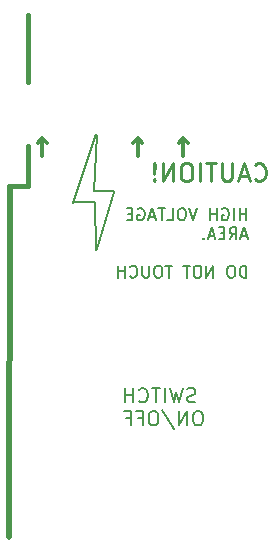
<source format=gbo>
%TF.GenerationSoftware,KiCad,Pcbnew,7.0.2-6a45011f42~172~ubuntu22.04.1*%
%TF.CreationDate,2023-05-10T16:31:12+02:00*%
%TF.ProjectId,220AC-mini-C3-board,32323041-432d-46d6-996e-692d43332d62,rev?*%
%TF.SameCoordinates,Original*%
%TF.FileFunction,Legend,Bot*%
%TF.FilePolarity,Positive*%
%FSLAX46Y46*%
G04 Gerber Fmt 4.6, Leading zero omitted, Abs format (unit mm)*
G04 Created by KiCad (PCBNEW 7.0.2-6a45011f42~172~ubuntu22.04.1) date 2023-05-10 16:31:12*
%MOMM*%
%LPD*%
G01*
G04 APERTURE LIST*
%ADD10C,0.400000*%
%ADD11C,0.150000*%
%ADD12C,0.500000*%
%ADD13C,0.300000*%
%ADD14C,0.200000*%
%ADD15C,0.250000*%
G04 APERTURE END LIST*
D10*
X138170000Y-69685000D02*
X138170000Y-64000000D01*
X138210000Y-78500000D02*
X138210000Y-75045000D01*
D11*
X145430000Y-78860000D02*
X143860000Y-78890000D01*
X143930000Y-74050000D02*
X141980000Y-79870000D01*
X143860000Y-79840000D02*
X143960000Y-83920000D01*
D10*
X138210000Y-78500000D02*
X136590000Y-78500000D01*
D11*
X144000000Y-83810000D02*
X145460000Y-78960000D01*
X141980000Y-79840000D02*
X143820000Y-79840000D01*
D12*
X136600000Y-108170000D02*
X136610000Y-78530000D01*
D11*
X143790000Y-78890000D02*
X144000000Y-74110000D01*
D13*
X147459999Y-75965238D02*
X147459999Y-74441428D01*
X147840952Y-74822380D02*
X147459999Y-74441428D01*
X147459999Y-74441428D02*
X147079047Y-74822380D01*
X139369999Y-75965238D02*
X139369999Y-74441428D01*
X139750952Y-74822380D02*
X139369999Y-74441428D01*
X139369999Y-74441428D02*
X138989047Y-74822380D01*
D11*
X156661904Y-81352619D02*
X156661904Y-80352619D01*
X156661904Y-80828809D02*
X156090476Y-80828809D01*
X156090476Y-81352619D02*
X156090476Y-80352619D01*
X155614285Y-81352619D02*
X155614285Y-80352619D01*
X154614286Y-80400238D02*
X154709524Y-80352619D01*
X154709524Y-80352619D02*
X154852381Y-80352619D01*
X154852381Y-80352619D02*
X154995238Y-80400238D01*
X154995238Y-80400238D02*
X155090476Y-80495476D01*
X155090476Y-80495476D02*
X155138095Y-80590714D01*
X155138095Y-80590714D02*
X155185714Y-80781190D01*
X155185714Y-80781190D02*
X155185714Y-80924047D01*
X155185714Y-80924047D02*
X155138095Y-81114523D01*
X155138095Y-81114523D02*
X155090476Y-81209761D01*
X155090476Y-81209761D02*
X154995238Y-81305000D01*
X154995238Y-81305000D02*
X154852381Y-81352619D01*
X154852381Y-81352619D02*
X154757143Y-81352619D01*
X154757143Y-81352619D02*
X154614286Y-81305000D01*
X154614286Y-81305000D02*
X154566667Y-81257380D01*
X154566667Y-81257380D02*
X154566667Y-80924047D01*
X154566667Y-80924047D02*
X154757143Y-80924047D01*
X154138095Y-81352619D02*
X154138095Y-80352619D01*
X154138095Y-80828809D02*
X153566667Y-80828809D01*
X153566667Y-81352619D02*
X153566667Y-80352619D01*
X152471428Y-80352619D02*
X152138095Y-81352619D01*
X152138095Y-81352619D02*
X151804762Y-80352619D01*
X151280952Y-80352619D02*
X151090476Y-80352619D01*
X151090476Y-80352619D02*
X150995238Y-80400238D01*
X150995238Y-80400238D02*
X150900000Y-80495476D01*
X150900000Y-80495476D02*
X150852381Y-80685952D01*
X150852381Y-80685952D02*
X150852381Y-81019285D01*
X150852381Y-81019285D02*
X150900000Y-81209761D01*
X150900000Y-81209761D02*
X150995238Y-81305000D01*
X150995238Y-81305000D02*
X151090476Y-81352619D01*
X151090476Y-81352619D02*
X151280952Y-81352619D01*
X151280952Y-81352619D02*
X151376190Y-81305000D01*
X151376190Y-81305000D02*
X151471428Y-81209761D01*
X151471428Y-81209761D02*
X151519047Y-81019285D01*
X151519047Y-81019285D02*
X151519047Y-80685952D01*
X151519047Y-80685952D02*
X151471428Y-80495476D01*
X151471428Y-80495476D02*
X151376190Y-80400238D01*
X151376190Y-80400238D02*
X151280952Y-80352619D01*
X149947619Y-81352619D02*
X150423809Y-81352619D01*
X150423809Y-81352619D02*
X150423809Y-80352619D01*
X149757142Y-80352619D02*
X149185714Y-80352619D01*
X149471428Y-81352619D02*
X149471428Y-80352619D01*
X148899999Y-81066904D02*
X148423809Y-81066904D01*
X148995237Y-81352619D02*
X148661904Y-80352619D01*
X148661904Y-80352619D02*
X148328571Y-81352619D01*
X147471428Y-80400238D02*
X147566666Y-80352619D01*
X147566666Y-80352619D02*
X147709523Y-80352619D01*
X147709523Y-80352619D02*
X147852380Y-80400238D01*
X147852380Y-80400238D02*
X147947618Y-80495476D01*
X147947618Y-80495476D02*
X147995237Y-80590714D01*
X147995237Y-80590714D02*
X148042856Y-80781190D01*
X148042856Y-80781190D02*
X148042856Y-80924047D01*
X148042856Y-80924047D02*
X147995237Y-81114523D01*
X147995237Y-81114523D02*
X147947618Y-81209761D01*
X147947618Y-81209761D02*
X147852380Y-81305000D01*
X147852380Y-81305000D02*
X147709523Y-81352619D01*
X147709523Y-81352619D02*
X147614285Y-81352619D01*
X147614285Y-81352619D02*
X147471428Y-81305000D01*
X147471428Y-81305000D02*
X147423809Y-81257380D01*
X147423809Y-81257380D02*
X147423809Y-80924047D01*
X147423809Y-80924047D02*
X147614285Y-80924047D01*
X146995237Y-80828809D02*
X146661904Y-80828809D01*
X146519047Y-81352619D02*
X146995237Y-81352619D01*
X146995237Y-81352619D02*
X146995237Y-80352619D01*
X146995237Y-80352619D02*
X146519047Y-80352619D01*
X156709523Y-82686904D02*
X156233333Y-82686904D01*
X156804761Y-82972619D02*
X156471428Y-81972619D01*
X156471428Y-81972619D02*
X156138095Y-82972619D01*
X155233333Y-82972619D02*
X155566666Y-82496428D01*
X155804761Y-82972619D02*
X155804761Y-81972619D01*
X155804761Y-81972619D02*
X155423809Y-81972619D01*
X155423809Y-81972619D02*
X155328571Y-82020238D01*
X155328571Y-82020238D02*
X155280952Y-82067857D01*
X155280952Y-82067857D02*
X155233333Y-82163095D01*
X155233333Y-82163095D02*
X155233333Y-82305952D01*
X155233333Y-82305952D02*
X155280952Y-82401190D01*
X155280952Y-82401190D02*
X155328571Y-82448809D01*
X155328571Y-82448809D02*
X155423809Y-82496428D01*
X155423809Y-82496428D02*
X155804761Y-82496428D01*
X154804761Y-82448809D02*
X154471428Y-82448809D01*
X154328571Y-82972619D02*
X154804761Y-82972619D01*
X154804761Y-82972619D02*
X154804761Y-81972619D01*
X154804761Y-81972619D02*
X154328571Y-81972619D01*
X153947618Y-82686904D02*
X153471428Y-82686904D01*
X154042856Y-82972619D02*
X153709523Y-81972619D01*
X153709523Y-81972619D02*
X153376190Y-82972619D01*
X153042856Y-82877380D02*
X152995237Y-82925000D01*
X152995237Y-82925000D02*
X153042856Y-82972619D01*
X153042856Y-82972619D02*
X153090475Y-82925000D01*
X153090475Y-82925000D02*
X153042856Y-82877380D01*
X153042856Y-82877380D02*
X153042856Y-82972619D01*
X156661904Y-86212619D02*
X156661904Y-85212619D01*
X156661904Y-85212619D02*
X156423809Y-85212619D01*
X156423809Y-85212619D02*
X156280952Y-85260238D01*
X156280952Y-85260238D02*
X156185714Y-85355476D01*
X156185714Y-85355476D02*
X156138095Y-85450714D01*
X156138095Y-85450714D02*
X156090476Y-85641190D01*
X156090476Y-85641190D02*
X156090476Y-85784047D01*
X156090476Y-85784047D02*
X156138095Y-85974523D01*
X156138095Y-85974523D02*
X156185714Y-86069761D01*
X156185714Y-86069761D02*
X156280952Y-86165000D01*
X156280952Y-86165000D02*
X156423809Y-86212619D01*
X156423809Y-86212619D02*
X156661904Y-86212619D01*
X155471428Y-85212619D02*
X155280952Y-85212619D01*
X155280952Y-85212619D02*
X155185714Y-85260238D01*
X155185714Y-85260238D02*
X155090476Y-85355476D01*
X155090476Y-85355476D02*
X155042857Y-85545952D01*
X155042857Y-85545952D02*
X155042857Y-85879285D01*
X155042857Y-85879285D02*
X155090476Y-86069761D01*
X155090476Y-86069761D02*
X155185714Y-86165000D01*
X155185714Y-86165000D02*
X155280952Y-86212619D01*
X155280952Y-86212619D02*
X155471428Y-86212619D01*
X155471428Y-86212619D02*
X155566666Y-86165000D01*
X155566666Y-86165000D02*
X155661904Y-86069761D01*
X155661904Y-86069761D02*
X155709523Y-85879285D01*
X155709523Y-85879285D02*
X155709523Y-85545952D01*
X155709523Y-85545952D02*
X155661904Y-85355476D01*
X155661904Y-85355476D02*
X155566666Y-85260238D01*
X155566666Y-85260238D02*
X155471428Y-85212619D01*
X153852380Y-86212619D02*
X153852380Y-85212619D01*
X153852380Y-85212619D02*
X153280952Y-86212619D01*
X153280952Y-86212619D02*
X153280952Y-85212619D01*
X152614285Y-85212619D02*
X152423809Y-85212619D01*
X152423809Y-85212619D02*
X152328571Y-85260238D01*
X152328571Y-85260238D02*
X152233333Y-85355476D01*
X152233333Y-85355476D02*
X152185714Y-85545952D01*
X152185714Y-85545952D02*
X152185714Y-85879285D01*
X152185714Y-85879285D02*
X152233333Y-86069761D01*
X152233333Y-86069761D02*
X152328571Y-86165000D01*
X152328571Y-86165000D02*
X152423809Y-86212619D01*
X152423809Y-86212619D02*
X152614285Y-86212619D01*
X152614285Y-86212619D02*
X152709523Y-86165000D01*
X152709523Y-86165000D02*
X152804761Y-86069761D01*
X152804761Y-86069761D02*
X152852380Y-85879285D01*
X152852380Y-85879285D02*
X152852380Y-85545952D01*
X152852380Y-85545952D02*
X152804761Y-85355476D01*
X152804761Y-85355476D02*
X152709523Y-85260238D01*
X152709523Y-85260238D02*
X152614285Y-85212619D01*
X151899999Y-85212619D02*
X151328571Y-85212619D01*
X151614285Y-86212619D02*
X151614285Y-85212619D01*
X150376189Y-85212619D02*
X149804761Y-85212619D01*
X150090475Y-86212619D02*
X150090475Y-85212619D01*
X149280951Y-85212619D02*
X149090475Y-85212619D01*
X149090475Y-85212619D02*
X148995237Y-85260238D01*
X148995237Y-85260238D02*
X148899999Y-85355476D01*
X148899999Y-85355476D02*
X148852380Y-85545952D01*
X148852380Y-85545952D02*
X148852380Y-85879285D01*
X148852380Y-85879285D02*
X148899999Y-86069761D01*
X148899999Y-86069761D02*
X148995237Y-86165000D01*
X148995237Y-86165000D02*
X149090475Y-86212619D01*
X149090475Y-86212619D02*
X149280951Y-86212619D01*
X149280951Y-86212619D02*
X149376189Y-86165000D01*
X149376189Y-86165000D02*
X149471427Y-86069761D01*
X149471427Y-86069761D02*
X149519046Y-85879285D01*
X149519046Y-85879285D02*
X149519046Y-85545952D01*
X149519046Y-85545952D02*
X149471427Y-85355476D01*
X149471427Y-85355476D02*
X149376189Y-85260238D01*
X149376189Y-85260238D02*
X149280951Y-85212619D01*
X148423808Y-85212619D02*
X148423808Y-86022142D01*
X148423808Y-86022142D02*
X148376189Y-86117380D01*
X148376189Y-86117380D02*
X148328570Y-86165000D01*
X148328570Y-86165000D02*
X148233332Y-86212619D01*
X148233332Y-86212619D02*
X148042856Y-86212619D01*
X148042856Y-86212619D02*
X147947618Y-86165000D01*
X147947618Y-86165000D02*
X147899999Y-86117380D01*
X147899999Y-86117380D02*
X147852380Y-86022142D01*
X147852380Y-86022142D02*
X147852380Y-85212619D01*
X146804761Y-86117380D02*
X146852380Y-86165000D01*
X146852380Y-86165000D02*
X146995237Y-86212619D01*
X146995237Y-86212619D02*
X147090475Y-86212619D01*
X147090475Y-86212619D02*
X147233332Y-86165000D01*
X147233332Y-86165000D02*
X147328570Y-86069761D01*
X147328570Y-86069761D02*
X147376189Y-85974523D01*
X147376189Y-85974523D02*
X147423808Y-85784047D01*
X147423808Y-85784047D02*
X147423808Y-85641190D01*
X147423808Y-85641190D02*
X147376189Y-85450714D01*
X147376189Y-85450714D02*
X147328570Y-85355476D01*
X147328570Y-85355476D02*
X147233332Y-85260238D01*
X147233332Y-85260238D02*
X147090475Y-85212619D01*
X147090475Y-85212619D02*
X146995237Y-85212619D01*
X146995237Y-85212619D02*
X146852380Y-85260238D01*
X146852380Y-85260238D02*
X146804761Y-85307857D01*
X146376189Y-86212619D02*
X146376189Y-85212619D01*
X146376189Y-85688809D02*
X145804761Y-85688809D01*
X145804761Y-86212619D02*
X145804761Y-85212619D01*
D13*
X151309999Y-75965238D02*
X151309999Y-74441428D01*
X151690952Y-74822380D02*
X151309999Y-74441428D01*
X151309999Y-74441428D02*
X150929047Y-74822380D01*
D14*
X152338572Y-96726000D02*
X152167144Y-96783142D01*
X152167144Y-96783142D02*
X151881429Y-96783142D01*
X151881429Y-96783142D02*
X151767144Y-96726000D01*
X151767144Y-96726000D02*
X151710001Y-96668857D01*
X151710001Y-96668857D02*
X151652858Y-96554571D01*
X151652858Y-96554571D02*
X151652858Y-96440285D01*
X151652858Y-96440285D02*
X151710001Y-96326000D01*
X151710001Y-96326000D02*
X151767144Y-96268857D01*
X151767144Y-96268857D02*
X151881429Y-96211714D01*
X151881429Y-96211714D02*
X152110001Y-96154571D01*
X152110001Y-96154571D02*
X152224286Y-96097428D01*
X152224286Y-96097428D02*
X152281429Y-96040285D01*
X152281429Y-96040285D02*
X152338572Y-95926000D01*
X152338572Y-95926000D02*
X152338572Y-95811714D01*
X152338572Y-95811714D02*
X152281429Y-95697428D01*
X152281429Y-95697428D02*
X152224286Y-95640285D01*
X152224286Y-95640285D02*
X152110001Y-95583142D01*
X152110001Y-95583142D02*
X151824286Y-95583142D01*
X151824286Y-95583142D02*
X151652858Y-95640285D01*
X151252858Y-95583142D02*
X150967144Y-96783142D01*
X150967144Y-96783142D02*
X150738572Y-95926000D01*
X150738572Y-95926000D02*
X150510001Y-96783142D01*
X150510001Y-96783142D02*
X150224287Y-95583142D01*
X149767143Y-96783142D02*
X149767143Y-95583142D01*
X149367143Y-95583142D02*
X148681429Y-95583142D01*
X149024286Y-96783142D02*
X149024286Y-95583142D01*
X147595714Y-96668857D02*
X147652857Y-96726000D01*
X147652857Y-96726000D02*
X147824285Y-96783142D01*
X147824285Y-96783142D02*
X147938571Y-96783142D01*
X147938571Y-96783142D02*
X148110000Y-96726000D01*
X148110000Y-96726000D02*
X148224285Y-96611714D01*
X148224285Y-96611714D02*
X148281428Y-96497428D01*
X148281428Y-96497428D02*
X148338571Y-96268857D01*
X148338571Y-96268857D02*
X148338571Y-96097428D01*
X148338571Y-96097428D02*
X148281428Y-95868857D01*
X148281428Y-95868857D02*
X148224285Y-95754571D01*
X148224285Y-95754571D02*
X148110000Y-95640285D01*
X148110000Y-95640285D02*
X147938571Y-95583142D01*
X147938571Y-95583142D02*
X147824285Y-95583142D01*
X147824285Y-95583142D02*
X147652857Y-95640285D01*
X147652857Y-95640285D02*
X147595714Y-95697428D01*
X147081428Y-96783142D02*
X147081428Y-95583142D01*
X147081428Y-96154571D02*
X146395714Y-96154571D01*
X146395714Y-96783142D02*
X146395714Y-95583142D01*
X152681428Y-97527142D02*
X152452856Y-97527142D01*
X152452856Y-97527142D02*
X152338571Y-97584285D01*
X152338571Y-97584285D02*
X152224285Y-97698571D01*
X152224285Y-97698571D02*
X152167142Y-97927142D01*
X152167142Y-97927142D02*
X152167142Y-98327142D01*
X152167142Y-98327142D02*
X152224285Y-98555714D01*
X152224285Y-98555714D02*
X152338571Y-98670000D01*
X152338571Y-98670000D02*
X152452856Y-98727142D01*
X152452856Y-98727142D02*
X152681428Y-98727142D01*
X152681428Y-98727142D02*
X152795714Y-98670000D01*
X152795714Y-98670000D02*
X152909999Y-98555714D01*
X152909999Y-98555714D02*
X152967142Y-98327142D01*
X152967142Y-98327142D02*
X152967142Y-97927142D01*
X152967142Y-97927142D02*
X152909999Y-97698571D01*
X152909999Y-97698571D02*
X152795714Y-97584285D01*
X152795714Y-97584285D02*
X152681428Y-97527142D01*
X151652856Y-98727142D02*
X151652856Y-97527142D01*
X151652856Y-97527142D02*
X150967142Y-98727142D01*
X150967142Y-98727142D02*
X150967142Y-97527142D01*
X149538570Y-97470000D02*
X150567142Y-99012857D01*
X148909999Y-97527142D02*
X148681427Y-97527142D01*
X148681427Y-97527142D02*
X148567142Y-97584285D01*
X148567142Y-97584285D02*
X148452856Y-97698571D01*
X148452856Y-97698571D02*
X148395713Y-97927142D01*
X148395713Y-97927142D02*
X148395713Y-98327142D01*
X148395713Y-98327142D02*
X148452856Y-98555714D01*
X148452856Y-98555714D02*
X148567142Y-98670000D01*
X148567142Y-98670000D02*
X148681427Y-98727142D01*
X148681427Y-98727142D02*
X148909999Y-98727142D01*
X148909999Y-98727142D02*
X149024285Y-98670000D01*
X149024285Y-98670000D02*
X149138570Y-98555714D01*
X149138570Y-98555714D02*
X149195713Y-98327142D01*
X149195713Y-98327142D02*
X149195713Y-97927142D01*
X149195713Y-97927142D02*
X149138570Y-97698571D01*
X149138570Y-97698571D02*
X149024285Y-97584285D01*
X149024285Y-97584285D02*
X148909999Y-97527142D01*
X147481427Y-98098571D02*
X147881427Y-98098571D01*
X147881427Y-98727142D02*
X147881427Y-97527142D01*
X147881427Y-97527142D02*
X147309999Y-97527142D01*
X146452856Y-98098571D02*
X146852856Y-98098571D01*
X146852856Y-98727142D02*
X146852856Y-97527142D01*
X146852856Y-97527142D02*
X146281428Y-97527142D01*
D15*
X157375714Y-77911071D02*
X157447142Y-77982500D01*
X157447142Y-77982500D02*
X157661428Y-78053928D01*
X157661428Y-78053928D02*
X157804285Y-78053928D01*
X157804285Y-78053928D02*
X158018571Y-77982500D01*
X158018571Y-77982500D02*
X158161428Y-77839642D01*
X158161428Y-77839642D02*
X158232857Y-77696785D01*
X158232857Y-77696785D02*
X158304285Y-77411071D01*
X158304285Y-77411071D02*
X158304285Y-77196785D01*
X158304285Y-77196785D02*
X158232857Y-76911071D01*
X158232857Y-76911071D02*
X158161428Y-76768214D01*
X158161428Y-76768214D02*
X158018571Y-76625357D01*
X158018571Y-76625357D02*
X157804285Y-76553928D01*
X157804285Y-76553928D02*
X157661428Y-76553928D01*
X157661428Y-76553928D02*
X157447142Y-76625357D01*
X157447142Y-76625357D02*
X157375714Y-76696785D01*
X156804285Y-77625357D02*
X156090000Y-77625357D01*
X156947142Y-78053928D02*
X156447142Y-76553928D01*
X156447142Y-76553928D02*
X155947142Y-78053928D01*
X155447143Y-76553928D02*
X155447143Y-77768214D01*
X155447143Y-77768214D02*
X155375714Y-77911071D01*
X155375714Y-77911071D02*
X155304286Y-77982500D01*
X155304286Y-77982500D02*
X155161428Y-78053928D01*
X155161428Y-78053928D02*
X154875714Y-78053928D01*
X154875714Y-78053928D02*
X154732857Y-77982500D01*
X154732857Y-77982500D02*
X154661428Y-77911071D01*
X154661428Y-77911071D02*
X154590000Y-77768214D01*
X154590000Y-77768214D02*
X154590000Y-76553928D01*
X154089999Y-76553928D02*
X153232857Y-76553928D01*
X153661428Y-78053928D02*
X153661428Y-76553928D01*
X152732857Y-78053928D02*
X152732857Y-76553928D01*
X151732856Y-76553928D02*
X151447142Y-76553928D01*
X151447142Y-76553928D02*
X151304285Y-76625357D01*
X151304285Y-76625357D02*
X151161428Y-76768214D01*
X151161428Y-76768214D02*
X151089999Y-77053928D01*
X151089999Y-77053928D02*
X151089999Y-77553928D01*
X151089999Y-77553928D02*
X151161428Y-77839642D01*
X151161428Y-77839642D02*
X151304285Y-77982500D01*
X151304285Y-77982500D02*
X151447142Y-78053928D01*
X151447142Y-78053928D02*
X151732856Y-78053928D01*
X151732856Y-78053928D02*
X151875714Y-77982500D01*
X151875714Y-77982500D02*
X152018571Y-77839642D01*
X152018571Y-77839642D02*
X152089999Y-77553928D01*
X152089999Y-77553928D02*
X152089999Y-77053928D01*
X152089999Y-77053928D02*
X152018571Y-76768214D01*
X152018571Y-76768214D02*
X151875714Y-76625357D01*
X151875714Y-76625357D02*
X151732856Y-76553928D01*
X150447142Y-78053928D02*
X150447142Y-76553928D01*
X150447142Y-76553928D02*
X149589999Y-78053928D01*
X149589999Y-78053928D02*
X149589999Y-76553928D01*
X148875713Y-77911071D02*
X148804284Y-77982500D01*
X148804284Y-77982500D02*
X148875713Y-78053928D01*
X148875713Y-78053928D02*
X148947141Y-77982500D01*
X148947141Y-77982500D02*
X148875713Y-77911071D01*
X148875713Y-77911071D02*
X148875713Y-78053928D01*
X148875713Y-77482500D02*
X148947141Y-76625357D01*
X148947141Y-76625357D02*
X148875713Y-76553928D01*
X148875713Y-76553928D02*
X148804284Y-76625357D01*
X148804284Y-76625357D02*
X148875713Y-77482500D01*
X148875713Y-77482500D02*
X148875713Y-76553928D01*
M02*

</source>
